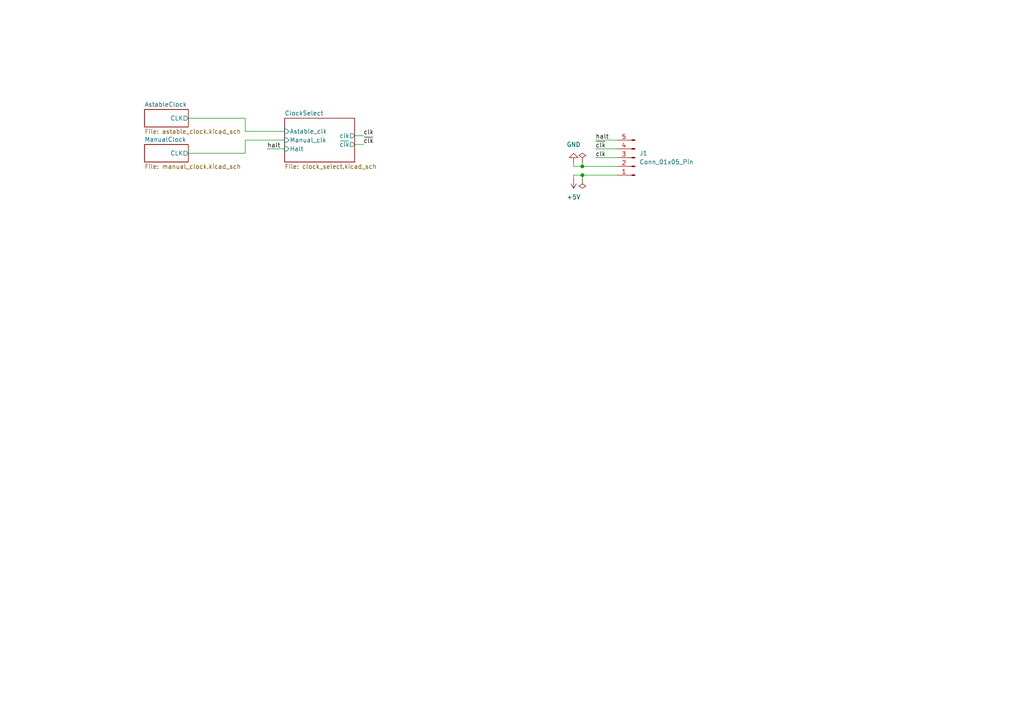
<source format=kicad_sch>
(kicad_sch
	(version 20231120)
	(generator "eeschema")
	(generator_version "8.0")
	(uuid "54ad16a3-0854-4bc5-acd6-428be9af167c")
	(paper "A4")
	(lib_symbols
		(symbol "Connector:Conn_01x05_Pin"
			(pin_names
				(offset 1.016) hide)
			(exclude_from_sim no)
			(in_bom yes)
			(on_board yes)
			(property "Reference" "J"
				(at 0 7.62 0)
				(effects
					(font
						(size 1.27 1.27)
					)
				)
			)
			(property "Value" "Conn_01x05_Pin"
				(at 0 -7.62 0)
				(effects
					(font
						(size 1.27 1.27)
					)
				)
			)
			(property "Footprint" ""
				(at 0 0 0)
				(effects
					(font
						(size 1.27 1.27)
					)
					(hide yes)
				)
			)
			(property "Datasheet" "~"
				(at 0 0 0)
				(effects
					(font
						(size 1.27 1.27)
					)
					(hide yes)
				)
			)
			(property "Description" "Generic connector, single row, 01x05, script generated"
				(at 0 0 0)
				(effects
					(font
						(size 1.27 1.27)
					)
					(hide yes)
				)
			)
			(property "ki_locked" ""
				(at 0 0 0)
				(effects
					(font
						(size 1.27 1.27)
					)
				)
			)
			(property "ki_keywords" "connector"
				(at 0 0 0)
				(effects
					(font
						(size 1.27 1.27)
					)
					(hide yes)
				)
			)
			(property "ki_fp_filters" "Connector*:*_1x??_*"
				(at 0 0 0)
				(effects
					(font
						(size 1.27 1.27)
					)
					(hide yes)
				)
			)
			(symbol "Conn_01x05_Pin_1_1"
				(polyline
					(pts
						(xy 1.27 -5.08) (xy 0.8636 -5.08)
					)
					(stroke
						(width 0.1524)
						(type default)
					)
					(fill
						(type none)
					)
				)
				(polyline
					(pts
						(xy 1.27 -2.54) (xy 0.8636 -2.54)
					)
					(stroke
						(width 0.1524)
						(type default)
					)
					(fill
						(type none)
					)
				)
				(polyline
					(pts
						(xy 1.27 0) (xy 0.8636 0)
					)
					(stroke
						(width 0.1524)
						(type default)
					)
					(fill
						(type none)
					)
				)
				(polyline
					(pts
						(xy 1.27 2.54) (xy 0.8636 2.54)
					)
					(stroke
						(width 0.1524)
						(type default)
					)
					(fill
						(type none)
					)
				)
				(polyline
					(pts
						(xy 1.27 5.08) (xy 0.8636 5.08)
					)
					(stroke
						(width 0.1524)
						(type default)
					)
					(fill
						(type none)
					)
				)
				(rectangle
					(start 0.8636 -4.953)
					(end 0 -5.207)
					(stroke
						(width 0.1524)
						(type default)
					)
					(fill
						(type outline)
					)
				)
				(rectangle
					(start 0.8636 -2.413)
					(end 0 -2.667)
					(stroke
						(width 0.1524)
						(type default)
					)
					(fill
						(type outline)
					)
				)
				(rectangle
					(start 0.8636 0.127)
					(end 0 -0.127)
					(stroke
						(width 0.1524)
						(type default)
					)
					(fill
						(type outline)
					)
				)
				(rectangle
					(start 0.8636 2.667)
					(end 0 2.413)
					(stroke
						(width 0.1524)
						(type default)
					)
					(fill
						(type outline)
					)
				)
				(rectangle
					(start 0.8636 5.207)
					(end 0 4.953)
					(stroke
						(width 0.1524)
						(type default)
					)
					(fill
						(type outline)
					)
				)
				(pin passive line
					(at 5.08 5.08 180)
					(length 3.81)
					(name "Pin_1"
						(effects
							(font
								(size 1.27 1.27)
							)
						)
					)
					(number "1"
						(effects
							(font
								(size 1.27 1.27)
							)
						)
					)
				)
				(pin passive line
					(at 5.08 2.54 180)
					(length 3.81)
					(name "Pin_2"
						(effects
							(font
								(size 1.27 1.27)
							)
						)
					)
					(number "2"
						(effects
							(font
								(size 1.27 1.27)
							)
						)
					)
				)
				(pin passive line
					(at 5.08 0 180)
					(length 3.81)
					(name "Pin_3"
						(effects
							(font
								(size 1.27 1.27)
							)
						)
					)
					(number "3"
						(effects
							(font
								(size 1.27 1.27)
							)
						)
					)
				)
				(pin passive line
					(at 5.08 -2.54 180)
					(length 3.81)
					(name "Pin_4"
						(effects
							(font
								(size 1.27 1.27)
							)
						)
					)
					(number "4"
						(effects
							(font
								(size 1.27 1.27)
							)
						)
					)
				)
				(pin passive line
					(at 5.08 -5.08 180)
					(length 3.81)
					(name "Pin_5"
						(effects
							(font
								(size 1.27 1.27)
							)
						)
					)
					(number "5"
						(effects
							(font
								(size 1.27 1.27)
							)
						)
					)
				)
			)
		)
		(symbol "power:+5V"
			(power)
			(pin_numbers hide)
			(pin_names
				(offset 0) hide)
			(exclude_from_sim no)
			(in_bom yes)
			(on_board yes)
			(property "Reference" "#PWR"
				(at 0 -3.81 0)
				(effects
					(font
						(size 1.27 1.27)
					)
					(hide yes)
				)
			)
			(property "Value" "+5V"
				(at 0 3.556 0)
				(effects
					(font
						(size 1.27 1.27)
					)
				)
			)
			(property "Footprint" ""
				(at 0 0 0)
				(effects
					(font
						(size 1.27 1.27)
					)
					(hide yes)
				)
			)
			(property "Datasheet" ""
				(at 0 0 0)
				(effects
					(font
						(size 1.27 1.27)
					)
					(hide yes)
				)
			)
			(property "Description" "Power symbol creates a global label with name \"+5V\""
				(at 0 0 0)
				(effects
					(font
						(size 1.27 1.27)
					)
					(hide yes)
				)
			)
			(property "ki_keywords" "global power"
				(at 0 0 0)
				(effects
					(font
						(size 1.27 1.27)
					)
					(hide yes)
				)
			)
			(symbol "+5V_0_1"
				(polyline
					(pts
						(xy -0.762 1.27) (xy 0 2.54)
					)
					(stroke
						(width 0)
						(type default)
					)
					(fill
						(type none)
					)
				)
				(polyline
					(pts
						(xy 0 0) (xy 0 2.54)
					)
					(stroke
						(width 0)
						(type default)
					)
					(fill
						(type none)
					)
				)
				(polyline
					(pts
						(xy 0 2.54) (xy 0.762 1.27)
					)
					(stroke
						(width 0)
						(type default)
					)
					(fill
						(type none)
					)
				)
			)
			(symbol "+5V_1_1"
				(pin power_in line
					(at 0 0 90)
					(length 0)
					(name "~"
						(effects
							(font
								(size 1.27 1.27)
							)
						)
					)
					(number "1"
						(effects
							(font
								(size 1.27 1.27)
							)
						)
					)
				)
			)
		)
		(symbol "power:GND"
			(power)
			(pin_numbers hide)
			(pin_names
				(offset 0) hide)
			(exclude_from_sim no)
			(in_bom yes)
			(on_board yes)
			(property "Reference" "#PWR"
				(at 0 -6.35 0)
				(effects
					(font
						(size 1.27 1.27)
					)
					(hide yes)
				)
			)
			(property "Value" "GND"
				(at 0 -3.81 0)
				(effects
					(font
						(size 1.27 1.27)
					)
				)
			)
			(property "Footprint" ""
				(at 0 0 0)
				(effects
					(font
						(size 1.27 1.27)
					)
					(hide yes)
				)
			)
			(property "Datasheet" ""
				(at 0 0 0)
				(effects
					(font
						(size 1.27 1.27)
					)
					(hide yes)
				)
			)
			(property "Description" "Power symbol creates a global label with name \"GND\" , ground"
				(at 0 0 0)
				(effects
					(font
						(size 1.27 1.27)
					)
					(hide yes)
				)
			)
			(property "ki_keywords" "global power"
				(at 0 0 0)
				(effects
					(font
						(size 1.27 1.27)
					)
					(hide yes)
				)
			)
			(symbol "GND_0_1"
				(polyline
					(pts
						(xy 0 0) (xy 0 -1.27) (xy 1.27 -1.27) (xy 0 -2.54) (xy -1.27 -1.27) (xy 0 -1.27)
					)
					(stroke
						(width 0)
						(type default)
					)
					(fill
						(type none)
					)
				)
			)
			(symbol "GND_1_1"
				(pin power_in line
					(at 0 0 270)
					(length 0)
					(name "~"
						(effects
							(font
								(size 1.27 1.27)
							)
						)
					)
					(number "1"
						(effects
							(font
								(size 1.27 1.27)
							)
						)
					)
				)
			)
		)
		(symbol "power:PWR_FLAG"
			(power)
			(pin_numbers hide)
			(pin_names
				(offset 0) hide)
			(exclude_from_sim no)
			(in_bom yes)
			(on_board yes)
			(property "Reference" "#FLG"
				(at 0 1.905 0)
				(effects
					(font
						(size 1.27 1.27)
					)
					(hide yes)
				)
			)
			(property "Value" "PWR_FLAG"
				(at 0 3.81 0)
				(effects
					(font
						(size 1.27 1.27)
					)
				)
			)
			(property "Footprint" ""
				(at 0 0 0)
				(effects
					(font
						(size 1.27 1.27)
					)
					(hide yes)
				)
			)
			(property "Datasheet" "~"
				(at 0 0 0)
				(effects
					(font
						(size 1.27 1.27)
					)
					(hide yes)
				)
			)
			(property "Description" "Special symbol for telling ERC where power comes from"
				(at 0 0 0)
				(effects
					(font
						(size 1.27 1.27)
					)
					(hide yes)
				)
			)
			(property "ki_keywords" "flag power"
				(at 0 0 0)
				(effects
					(font
						(size 1.27 1.27)
					)
					(hide yes)
				)
			)
			(symbol "PWR_FLAG_0_0"
				(pin power_out line
					(at 0 0 90)
					(length 0)
					(name "~"
						(effects
							(font
								(size 1.27 1.27)
							)
						)
					)
					(number "1"
						(effects
							(font
								(size 1.27 1.27)
							)
						)
					)
				)
			)
			(symbol "PWR_FLAG_0_1"
				(polyline
					(pts
						(xy 0 0) (xy 0 1.27) (xy -1.016 1.905) (xy 0 2.54) (xy 1.016 1.905) (xy 0 1.27)
					)
					(stroke
						(width 0)
						(type default)
					)
					(fill
						(type none)
					)
				)
			)
		)
	)
	(junction
		(at 168.91 50.8)
		(diameter 0)
		(color 0 0 0 0)
		(uuid "6e1bcf8a-240d-439a-a893-a50f0449ba96")
	)
	(junction
		(at 168.91 48.26)
		(diameter 0)
		(color 0 0 0 0)
		(uuid "cf6ead17-60e5-47ea-871c-380e194cc4d1")
	)
	(wire
		(pts
			(xy 102.87 39.37) (xy 105.41 39.37)
		)
		(stroke
			(width 0)
			(type default)
		)
		(uuid "0f27a7f4-2f9b-4219-8262-0c0c3b574f5e")
	)
	(wire
		(pts
			(xy 77.47 43.18) (xy 82.55 43.18)
		)
		(stroke
			(width 0)
			(type default)
		)
		(uuid "28739414-f9ab-43e3-8549-1ff2046669a8")
	)
	(wire
		(pts
			(xy 71.12 38.1) (xy 82.55 38.1)
		)
		(stroke
			(width 0)
			(type default)
		)
		(uuid "323eff46-c4ef-4970-90a7-71039e0c8b73")
	)
	(wire
		(pts
			(xy 168.91 50.8) (xy 168.91 52.07)
		)
		(stroke
			(width 0)
			(type default)
		)
		(uuid "36ac08b2-f8d6-457b-884d-faeccd1e78c9")
	)
	(wire
		(pts
			(xy 71.12 44.45) (xy 54.61 44.45)
		)
		(stroke
			(width 0)
			(type default)
		)
		(uuid "55d7386e-0f28-49f1-9ff8-eab0b9b7de8a")
	)
	(wire
		(pts
			(xy 54.61 34.29) (xy 71.12 34.29)
		)
		(stroke
			(width 0)
			(type default)
		)
		(uuid "64bb0e71-2967-4b56-8038-0648e56a82d2")
	)
	(wire
		(pts
			(xy 172.72 43.18) (xy 179.07 43.18)
		)
		(stroke
			(width 0)
			(type default)
		)
		(uuid "665ac95e-d532-4b2b-9684-61a3f093d820")
	)
	(wire
		(pts
			(xy 71.12 34.29) (xy 71.12 38.1)
		)
		(stroke
			(width 0)
			(type default)
		)
		(uuid "6b2572d2-8537-475f-9bc3-e817fec67441")
	)
	(wire
		(pts
			(xy 71.12 40.64) (xy 71.12 44.45)
		)
		(stroke
			(width 0)
			(type default)
		)
		(uuid "72c6b78c-8f37-4df5-aaf0-11bfc22f2220")
	)
	(wire
		(pts
			(xy 71.12 40.64) (xy 82.55 40.64)
		)
		(stroke
			(width 0)
			(type default)
		)
		(uuid "74a2f8d4-9011-42e5-b721-8c4835a80a11")
	)
	(wire
		(pts
			(xy 172.72 45.72) (xy 179.07 45.72)
		)
		(stroke
			(width 0)
			(type default)
		)
		(uuid "85c2a610-aab9-4702-8645-0e08c47e7b93")
	)
	(wire
		(pts
			(xy 168.91 48.26) (xy 179.07 48.26)
		)
		(stroke
			(width 0)
			(type default)
		)
		(uuid "939b8e75-165c-4dbd-bfa8-a3bdba0dcce6")
	)
	(wire
		(pts
			(xy 168.91 46.99) (xy 168.91 48.26)
		)
		(stroke
			(width 0)
			(type default)
		)
		(uuid "93cee221-5185-4352-908c-d12d247c07fa")
	)
	(wire
		(pts
			(xy 166.37 50.8) (xy 168.91 50.8)
		)
		(stroke
			(width 0)
			(type default)
		)
		(uuid "b0b13c47-b7bc-4925-a98a-c80fbfa3a747")
	)
	(wire
		(pts
			(xy 168.91 50.8) (xy 179.07 50.8)
		)
		(stroke
			(width 0)
			(type default)
		)
		(uuid "c359420c-5ebe-4c79-9e60-31625b454046")
	)
	(wire
		(pts
			(xy 102.87 41.91) (xy 105.41 41.91)
		)
		(stroke
			(width 0)
			(type default)
		)
		(uuid "d29605b5-a785-455c-856a-7810b94e7485")
	)
	(wire
		(pts
			(xy 166.37 46.99) (xy 166.37 48.26)
		)
		(stroke
			(width 0)
			(type default)
		)
		(uuid "da7fbe7f-842f-4a8f-ac79-e86e23c573cd")
	)
	(wire
		(pts
			(xy 166.37 48.26) (xy 168.91 48.26)
		)
		(stroke
			(width 0)
			(type default)
		)
		(uuid "e1658987-0749-44fa-9ab4-161e0ccfa3c7")
	)
	(wire
		(pts
			(xy 172.72 40.64) (xy 179.07 40.64)
		)
		(stroke
			(width 0)
			(type default)
		)
		(uuid "f1a2f680-1131-482f-b37c-ba44cfa7e038")
	)
	(wire
		(pts
			(xy 166.37 52.07) (xy 166.37 50.8)
		)
		(stroke
			(width 0)
			(type default)
		)
		(uuid "f9416fbf-f665-4e8e-aca2-c8c458f42ed7")
	)
	(label "clk"
		(at 172.72 45.72 0)
		(fields_autoplaced yes)
		(effects
			(font
				(size 1.27 1.27)
			)
			(justify left bottom)
		)
		(uuid "1df8a0ad-f1f7-4cbe-87e7-88ebdee259f6")
	)
	(label "clk"
		(at 105.41 39.37 0)
		(fields_autoplaced yes)
		(effects
			(font
				(size 1.27 1.27)
			)
			(justify left bottom)
		)
		(uuid "5517a210-bdc5-4064-ba75-2f7a9e653ab3")
	)
	(label "~{clk}"
		(at 105.41 41.91 0)
		(fields_autoplaced yes)
		(effects
			(font
				(size 1.27 1.27)
			)
			(justify left bottom)
		)
		(uuid "66639ff2-c6c6-4dc2-af27-5ebfd5a71199")
	)
	(label "~{clk}"
		(at 172.72 43.18 0)
		(fields_autoplaced yes)
		(effects
			(font
				(size 1.27 1.27)
			)
			(justify left bottom)
		)
		(uuid "7960c02c-3d8c-4da7-9122-3cb190176cb1")
	)
	(label "halt"
		(at 77.47 43.18 0)
		(fields_autoplaced yes)
		(effects
			(font
				(size 1.27 1.27)
			)
			(justify left bottom)
		)
		(uuid "d2f9f1a8-f4dc-489b-ae93-f6526607ef99")
	)
	(label "halt"
		(at 172.72 40.64 0)
		(fields_autoplaced yes)
		(effects
			(font
				(size 1.27 1.27)
			)
			(justify left bottom)
		)
		(uuid "ec27ba72-04ba-4465-86b1-d6d2ac83dbfd")
	)
	(symbol
		(lib_id "power:+5V")
		(at 166.37 52.07 180)
		(unit 1)
		(exclude_from_sim no)
		(in_bom yes)
		(on_board yes)
		(dnp no)
		(fields_autoplaced yes)
		(uuid "66d7db7a-5c75-4ecc-b864-985fb562bc15")
		(property "Reference" "#PWR01"
			(at 166.37 48.26 0)
			(effects
				(font
					(size 1.27 1.27)
				)
				(hide yes)
			)
		)
		(property "Value" "+5V"
			(at 166.37 57.15 0)
			(effects
				(font
					(size 1.27 1.27)
				)
			)
		)
		(property "Footprint" ""
			(at 166.37 52.07 0)
			(effects
				(font
					(size 1.27 1.27)
				)
				(hide yes)
			)
		)
		(property "Datasheet" ""
			(at 166.37 52.07 0)
			(effects
				(font
					(size 1.27 1.27)
				)
				(hide yes)
			)
		)
		(property "Description" "Power symbol creates a global label with name \"+5V\""
			(at 166.37 52.07 0)
			(effects
				(font
					(size 1.27 1.27)
				)
				(hide yes)
			)
		)
		(pin "1"
			(uuid "05e757c5-eae0-43f9-9eea-191f66449c31")
		)
		(instances
			(project ""
				(path "/54ad16a3-0854-4bc5-acd6-428be9af167c"
					(reference "#PWR01")
					(unit 1)
				)
			)
		)
	)
	(symbol
		(lib_id "power:PWR_FLAG")
		(at 168.91 46.99 0)
		(unit 1)
		(exclude_from_sim no)
		(in_bom yes)
		(on_board yes)
		(dnp no)
		(fields_autoplaced yes)
		(uuid "674503d6-bbf3-4260-a838-dec12be8dfe6")
		(property "Reference" "#FLG01"
			(at 168.91 45.085 0)
			(effects
				(font
					(size 1.27 1.27)
				)
				(hide yes)
			)
		)
		(property "Value" "PWR_FLAG"
			(at 168.91 41.91 0)
			(effects
				(font
					(size 1.27 1.27)
				)
				(hide yes)
			)
		)
		(property "Footprint" ""
			(at 168.91 46.99 0)
			(effects
				(font
					(size 1.27 1.27)
				)
				(hide yes)
			)
		)
		(property "Datasheet" "~"
			(at 168.91 46.99 0)
			(effects
				(font
					(size 1.27 1.27)
				)
				(hide yes)
			)
		)
		(property "Description" "Special symbol for telling ERC where power comes from"
			(at 168.91 46.99 0)
			(effects
				(font
					(size 1.27 1.27)
				)
				(hide yes)
			)
		)
		(pin "1"
			(uuid "35ba9264-d3fd-4f25-8cdf-f6fae8f08121")
		)
		(instances
			(project ""
				(path "/54ad16a3-0854-4bc5-acd6-428be9af167c"
					(reference "#FLG01")
					(unit 1)
				)
			)
		)
	)
	(symbol
		(lib_id "power:GND")
		(at 166.37 46.99 180)
		(unit 1)
		(exclude_from_sim no)
		(in_bom yes)
		(on_board yes)
		(dnp no)
		(fields_autoplaced yes)
		(uuid "67ec26a3-50a5-4b9f-a3b6-2d234b0db63f")
		(property "Reference" "#PWR02"
			(at 166.37 40.64 0)
			(effects
				(font
					(size 1.27 1.27)
				)
				(hide yes)
			)
		)
		(property "Value" "GND"
			(at 166.37 41.91 0)
			(effects
				(font
					(size 1.27 1.27)
				)
			)
		)
		(property "Footprint" ""
			(at 166.37 46.99 0)
			(effects
				(font
					(size 1.27 1.27)
				)
				(hide yes)
			)
		)
		(property "Datasheet" ""
			(at 166.37 46.99 0)
			(effects
				(font
					(size 1.27 1.27)
				)
				(hide yes)
			)
		)
		(property "Description" "Power symbol creates a global label with name \"GND\" , ground"
			(at 166.37 46.99 0)
			(effects
				(font
					(size 1.27 1.27)
				)
				(hide yes)
			)
		)
		(pin "1"
			(uuid "ff013b19-8b8e-4239-819c-02b948cfdf2b")
		)
		(instances
			(project ""
				(path "/54ad16a3-0854-4bc5-acd6-428be9af167c"
					(reference "#PWR02")
					(unit 1)
				)
			)
		)
	)
	(symbol
		(lib_id "Connector:Conn_01x05_Pin")
		(at 184.15 45.72 180)
		(unit 1)
		(exclude_from_sim no)
		(in_bom yes)
		(on_board yes)
		(dnp no)
		(fields_autoplaced yes)
		(uuid "6b920f01-d490-424e-b410-72c0ff462a6e")
		(property "Reference" "J1"
			(at 185.42 44.4499 0)
			(effects
				(font
					(size 1.27 1.27)
				)
				(justify right)
			)
		)
		(property "Value" "Conn_01x05_Pin"
			(at 185.42 46.9899 0)
			(effects
				(font
					(size 1.27 1.27)
				)
				(justify right)
			)
		)
		(property "Footprint" "Connector_PinHeader_2.54mm:PinHeader_1x05_P2.54mm_Vertical"
			(at 184.15 45.72 0)
			(effects
				(font
					(size 1.27 1.27)
				)
				(hide yes)
			)
		)
		(property "Datasheet" "~"
			(at 184.15 45.72 0)
			(effects
				(font
					(size 1.27 1.27)
				)
				(hide yes)
			)
		)
		(property "Description" "Generic connector, single row, 01x05, script generated"
			(at 184.15 45.72 0)
			(effects
				(font
					(size 1.27 1.27)
				)
				(hide yes)
			)
		)
		(pin "4"
			(uuid "64b630e0-2d2f-4e1a-b672-604f9d305331")
		)
		(pin "3"
			(uuid "25181268-8231-4dab-ac7a-92211d4173b5")
		)
		(pin "1"
			(uuid "e01218b1-e507-41f7-b055-a191ca796958")
		)
		(pin "5"
			(uuid "ee7c2c7a-c227-4ce5-a4a9-12c251132268")
		)
		(pin "2"
			(uuid "cf0e8703-f4a2-4025-9c85-8bec1dc122e2")
		)
		(instances
			(project ""
				(path "/54ad16a3-0854-4bc5-acd6-428be9af167c"
					(reference "J1")
					(unit 1)
				)
			)
		)
	)
	(symbol
		(lib_id "power:PWR_FLAG")
		(at 168.91 52.07 180)
		(unit 1)
		(exclude_from_sim no)
		(in_bom yes)
		(on_board yes)
		(dnp no)
		(fields_autoplaced yes)
		(uuid "cd91b6b3-0bda-4235-9afd-e61e33ac01bf")
		(property "Reference" "#FLG02"
			(at 168.91 53.975 0)
			(effects
				(font
					(size 1.27 1.27)
				)
				(hide yes)
			)
		)
		(property "Value" "PWR_FLAG"
			(at 168.91 57.15 0)
			(effects
				(font
					(size 1.27 1.27)
				)
				(hide yes)
			)
		)
		(property "Footprint" ""
			(at 168.91 52.07 0)
			(effects
				(font
					(size 1.27 1.27)
				)
				(hide yes)
			)
		)
		(property "Datasheet" "~"
			(at 168.91 52.07 0)
			(effects
				(font
					(size 1.27 1.27)
				)
				(hide yes)
			)
		)
		(property "Description" "Special symbol for telling ERC where power comes from"
			(at 168.91 52.07 0)
			(effects
				(font
					(size 1.27 1.27)
				)
				(hide yes)
			)
		)
		(pin "1"
			(uuid "9fb6912c-123a-4e8f-8ab6-59c63df30304")
		)
		(instances
			(project "ClockModule"
				(path "/54ad16a3-0854-4bc5-acd6-428be9af167c"
					(reference "#FLG02")
					(unit 1)
				)
			)
		)
	)
	(sheet
		(at 82.55 34.29)
		(size 20.32 12.7)
		(fields_autoplaced yes)
		(stroke
			(width 0.1524)
			(type solid)
		)
		(fill
			(color 0 0 0 0.0000)
		)
		(uuid "10dbb702-cc39-4cd2-b6f4-ff0e2a770f1f")
		(property "Sheetname" "ClockSelect"
			(at 82.55 33.5784 0)
			(effects
				(font
					(size 1.27 1.27)
				)
				(justify left bottom)
			)
		)
		(property "Sheetfile" "clock_select.kicad_sch"
			(at 82.55 47.5746 0)
			(effects
				(font
					(size 1.27 1.27)
				)
				(justify left top)
			)
		)
		(pin "clk" output
			(at 102.87 39.37 0)
			(effects
				(font
					(size 1.27 1.27)
				)
				(justify right)
			)
			(uuid "24896e54-6077-42b4-b2ca-204e811bfea1")
		)
		(pin "~{clk}" output
			(at 102.87 41.91 0)
			(effects
				(font
					(size 1.27 1.27)
				)
				(justify right)
			)
			(uuid "1c3b3d77-c1e6-423c-9330-f4e0ebd9474f")
		)
		(pin "Halt" input
			(at 82.55 43.18 180)
			(effects
				(font
					(size 1.27 1.27)
				)
				(justify left)
			)
			(uuid "1b5fc085-1a5b-48e3-a3bc-1882ab256e13")
		)
		(pin "Manual_clk" input
			(at 82.55 40.64 180)
			(effects
				(font
					(size 1.27 1.27)
				)
				(justify left)
			)
			(uuid "bfb78cd8-9cb1-453f-bf1c-9cb48236841e")
		)
		(pin "Astable_clk" input
			(at 82.55 38.1 180)
			(effects
				(font
					(size 1.27 1.27)
				)
				(justify left)
			)
			(uuid "af18aa45-8292-4d38-a91c-162b50cf6358")
		)
		(instances
			(project "ClockModule"
				(path "/54ad16a3-0854-4bc5-acd6-428be9af167c"
					(page "4")
				)
			)
		)
	)
	(sheet
		(at 41.91 41.91)
		(size 12.7 5.08)
		(fields_autoplaced yes)
		(stroke
			(width 0.1524)
			(type solid)
		)
		(fill
			(color 0 0 0 0.0000)
		)
		(uuid "20dcf28d-94f1-42d2-8e08-439fee0bdb5c")
		(property "Sheetname" "ManualClock"
			(at 41.91 41.1984 0)
			(effects
				(font
					(size 1.27 1.27)
				)
				(justify left bottom)
			)
		)
		(property "Sheetfile" "manual_clock.kicad_sch"
			(at 41.91 47.5746 0)
			(effects
				(font
					(size 1.27 1.27)
				)
				(justify left top)
			)
		)
		(pin "CLK" output
			(at 54.61 44.45 0)
			(effects
				(font
					(size 1.27 1.27)
				)
				(justify right)
			)
			(uuid "efc728b6-b6ff-438c-9667-6b0c2bda6ae1")
		)
		(instances
			(project "ClockModule"
				(path "/54ad16a3-0854-4bc5-acd6-428be9af167c"
					(page "3")
				)
			)
		)
	)
	(sheet
		(at 41.91 31.75)
		(size 12.7 5.08)
		(fields_autoplaced yes)
		(stroke
			(width 0.1524)
			(type solid)
		)
		(fill
			(color 0 0 0 0.0000)
		)
		(uuid "8cdd56ee-c324-45fe-a470-757d2dbc6b80")
		(property "Sheetname" "AstableClock"
			(at 41.91 31.0384 0)
			(effects
				(font
					(size 1.27 1.27)
				)
				(justify left bottom)
			)
		)
		(property "Sheetfile" "astable_clock.kicad_sch"
			(at 41.91 37.4146 0)
			(effects
				(font
					(size 1.27 1.27)
				)
				(justify left top)
			)
		)
		(pin "CLK" output
			(at 54.61 34.29 0)
			(effects
				(font
					(size 1.27 1.27)
				)
				(justify right)
			)
			(uuid "344a0e77-0b4d-4537-aacd-e9ca97023613")
		)
		(instances
			(project "ClockModule"
				(path "/54ad16a3-0854-4bc5-acd6-428be9af167c"
					(page "2")
				)
			)
		)
	)
	(sheet_instances
		(path "/"
			(page "1")
		)
	)
)

</source>
